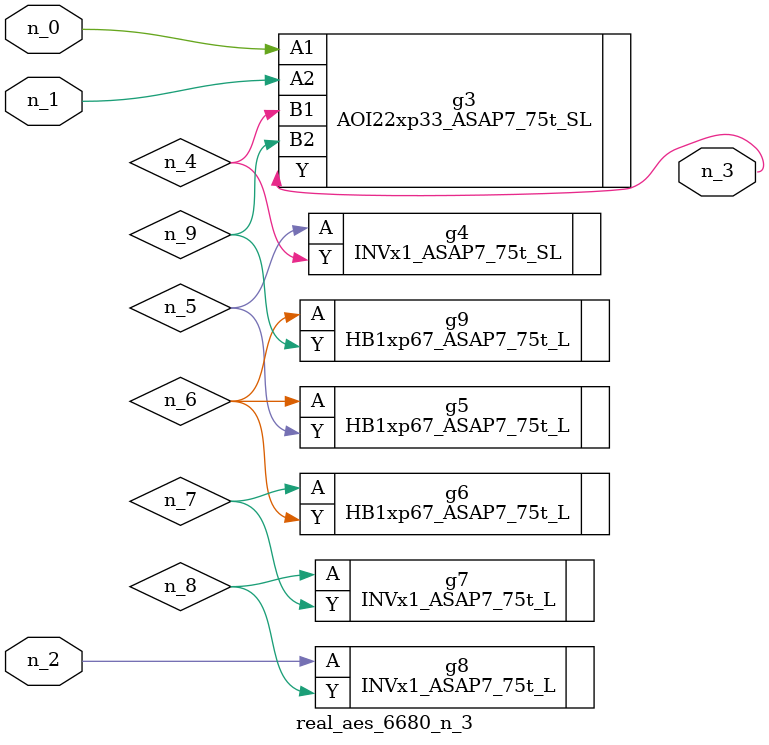
<source format=v>
module real_aes_6680_n_3 (n_0, n_2, n_1, n_3);
input n_0;
input n_2;
input n_1;
output n_3;
wire n_4;
wire n_5;
wire n_7;
wire n_9;
wire n_6;
wire n_8;
AOI22xp33_ASAP7_75t_SL g3 ( .A1(n_0), .A2(n_1), .B1(n_4), .B2(n_9), .Y(n_3) );
INVx1_ASAP7_75t_L g8 ( .A(n_2), .Y(n_8) );
INVx1_ASAP7_75t_SL g4 ( .A(n_5), .Y(n_4) );
HB1xp67_ASAP7_75t_L g5 ( .A(n_6), .Y(n_5) );
HB1xp67_ASAP7_75t_L g9 ( .A(n_6), .Y(n_9) );
HB1xp67_ASAP7_75t_L g6 ( .A(n_7), .Y(n_6) );
INVx1_ASAP7_75t_L g7 ( .A(n_8), .Y(n_7) );
endmodule
</source>
